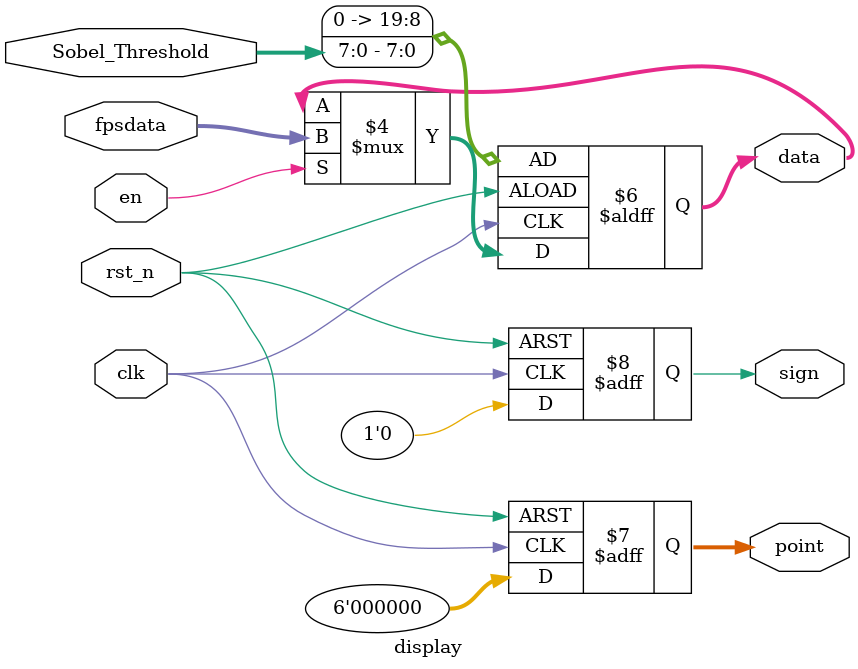
<source format=v>

module display(
    //mudule clock
    input                   clk  ,      // 时钟信号
    input                   rst_n,      // 复位信号
    input         [7:0]     Sobel_Threshold,      // 信号
    input         [19:0]    fpsdata,
    //user interface
    output   reg [19:0]     data ,      // 6个数码管要显示的数值
    output   reg [ 5:0]     point,      // 小数点的位置,高电平点亮对应数码管位上的小数点
    input            en   ,      // 数码管使能信号
    output   reg            sign        // 符号位，高电平时显示负号，低电平不显示负号
);

//parameter define
//parameter test=4'd15;
//reg define

//*****************************************************
//**                    main code
//*****************************************************

//数码管需要显示的数据，从0累加到999999


//数码管需要显示的数据，从0累加到999999

always @ (posedge clk or negedge rst_n) begin
    if (!rst_n)begin
        data  <= Sobel_Threshold;
        point <=6'b000000;
       // en    <= 1'b0;
        sign  <= 1'b0;
    end 
    else begin
        
        point <= 6'b000000;             //不显示小数点
        //en    <= 1'b1;                  //打开数码管使能信号
        sign  <= 1'b0;                  //不显示负号
        //data <= Sobel_Threshold;
        if (en==1)
            data <= fpsdata;
        //data[7:0]<=Sobel_Threshold;
        //data[11:8]<=test;
    end 
end 

endmodule 
</source>
